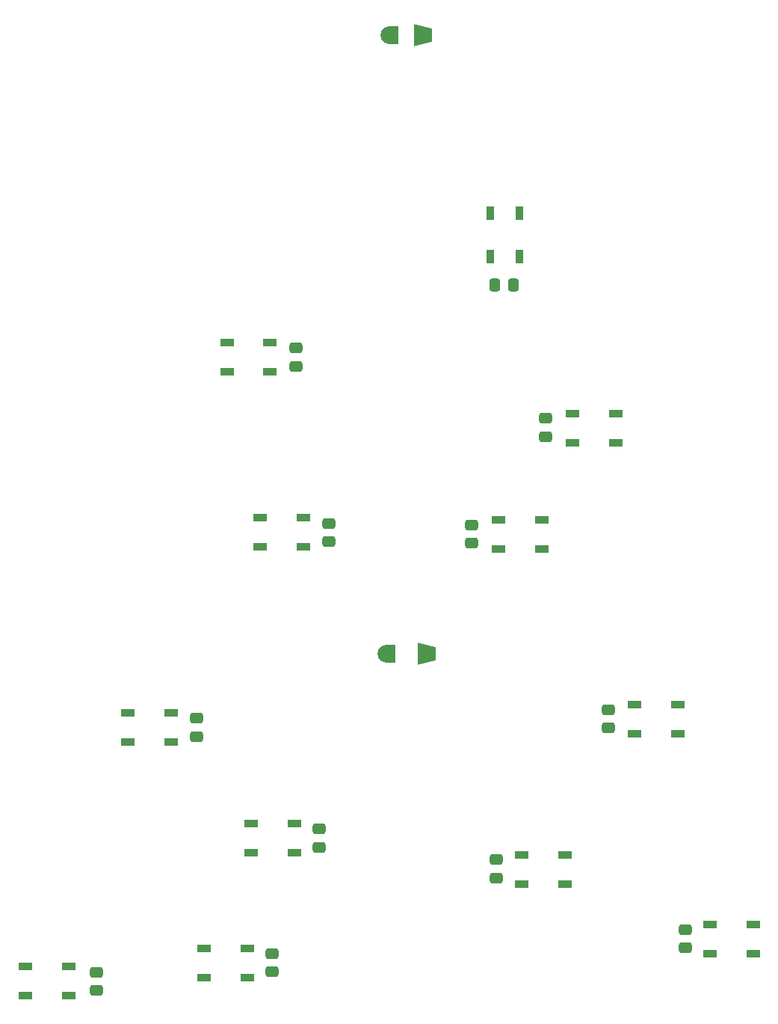
<source format=gbp>
G04 #@! TF.GenerationSoftware,KiCad,Pcbnew,8.0.6*
G04 #@! TF.CreationDate,2024-11-23T10:48:36+01:00*
G04 #@! TF.ProjectId,ChristmasTree,43687269-7374-46d6-9173-547265652e6b,rev?*
G04 #@! TF.SameCoordinates,Original*
G04 #@! TF.FileFunction,Paste,Bot*
G04 #@! TF.FilePolarity,Positive*
%FSLAX46Y46*%
G04 Gerber Fmt 4.6, Leading zero omitted, Abs format (unit mm)*
G04 Created by KiCad (PCBNEW 8.0.6) date 2024-11-23 10:48:36*
%MOMM*%
%LPD*%
G01*
G04 APERTURE LIST*
G04 Aperture macros list*
%AMRoundRect*
0 Rectangle with rounded corners*
0 $1 Rounding radius*
0 $2 $3 $4 $5 $6 $7 $8 $9 X,Y pos of 4 corners*
0 Add a 4 corners polygon primitive as box body*
4,1,4,$2,$3,$4,$5,$6,$7,$8,$9,$2,$3,0*
0 Add four circle primitives for the rounded corners*
1,1,$1+$1,$2,$3*
1,1,$1+$1,$4,$5*
1,1,$1+$1,$6,$7*
1,1,$1+$1,$8,$9*
0 Add four rect primitives between the rounded corners*
20,1,$1+$1,$2,$3,$4,$5,0*
20,1,$1+$1,$4,$5,$6,$7,0*
20,1,$1+$1,$6,$7,$8,$9,0*
20,1,$1+$1,$8,$9,$2,$3,0*%
%AMOutline4P*
0 Free polygon, 4 corners , with rotation*
0 The origin of the aperture is its center*
0 number of corners: always 4*
0 $1 to $8 corner X, Y*
0 $9 Rotation angle, in degrees counterclockwise*
0 create outline with 4 corners*
4,1,4,$1,$2,$3,$4,$5,$6,$7,$8,$1,$2,$9*%
G04 Aperture macros list end*
%ADD10R,1.500000X0.900000*%
%ADD11C,2.000000*%
%ADD12R,1.000000X2.000000*%
%ADD13RoundRect,0.250000X0.475000X-0.337500X0.475000X0.337500X-0.475000X0.337500X-0.475000X-0.337500X0*%
%ADD14RoundRect,0.250000X-0.475000X0.337500X-0.475000X-0.337500X0.475000X-0.337500X0.475000X0.337500X0*%
%ADD15Outline4P,-1.000000X-1.250000X1.000000X-0.750000X1.000000X0.750000X-1.000000X1.250000X0.000000*%
%ADD16RoundRect,0.250000X0.337500X0.475000X-0.337500X0.475000X-0.337500X-0.475000X0.337500X-0.475000X0*%
%ADD17R,0.900000X1.500000*%
G04 APERTURE END LIST*
D10*
X84520000Y-67790000D03*
X84520000Y-71090000D03*
X79620000Y-71090000D03*
X79620000Y-67790000D03*
D11*
X97692000Y-103000000D03*
D12*
X98200000Y-103000000D03*
D13*
X107340000Y-90487500D03*
X107340000Y-88412500D03*
D10*
X87260000Y-122192500D03*
X87260000Y-125492500D03*
X82360000Y-125492500D03*
X82360000Y-122192500D03*
D14*
X90060000Y-122812500D03*
X90060000Y-124887500D03*
D10*
X134350000Y-136950000D03*
X134350000Y-133650000D03*
X139250000Y-133650000D03*
X139250000Y-136950000D03*
X73300000Y-109672500D03*
X73300000Y-112972500D03*
X68400000Y-112972500D03*
X68400000Y-109672500D03*
D13*
X122880000Y-111377500D03*
X122880000Y-109302500D03*
D10*
X88310000Y-87600000D03*
X88310000Y-90900000D03*
X83410000Y-90900000D03*
X83410000Y-87600000D03*
X61670000Y-138392500D03*
X61670000Y-141692500D03*
X56770000Y-141692500D03*
X56770000Y-138392500D03*
X110430000Y-91120000D03*
X110430000Y-87820000D03*
X115330000Y-87820000D03*
X115330000Y-91120000D03*
X118770000Y-79090000D03*
X118770000Y-75790000D03*
X123670000Y-75790000D03*
X123670000Y-79090000D03*
D15*
X101855400Y-33000000D03*
D16*
X112077500Y-61230000D03*
X110002500Y-61230000D03*
D10*
X81930000Y-136352500D03*
X81930000Y-139652500D03*
X77030000Y-139652500D03*
X77030000Y-136352500D03*
D17*
X112750000Y-58010000D03*
X109450000Y-58010000D03*
X109450000Y-53110000D03*
X112750000Y-53110000D03*
D10*
X112990000Y-129050000D03*
X112990000Y-125750000D03*
X117890000Y-125750000D03*
X117890000Y-129050000D03*
D14*
X91160000Y-88222500D03*
X91160000Y-90297500D03*
D11*
X98062000Y-33000000D03*
D12*
X98570000Y-33000000D03*
D13*
X115700000Y-78417500D03*
X115700000Y-76342500D03*
D10*
X125780000Y-112040000D03*
X125780000Y-108740000D03*
X130680000Y-108740000D03*
X130680000Y-112040000D03*
D14*
X64820000Y-139052500D03*
X64820000Y-141127500D03*
X87480000Y-68372500D03*
X87480000Y-70447500D03*
D15*
X102225400Y-103000000D03*
D14*
X84720000Y-136902500D03*
X84720000Y-138977500D03*
D13*
X131590000Y-136307500D03*
X131590000Y-134232500D03*
D14*
X76190000Y-110302500D03*
X76190000Y-112377500D03*
D13*
X110110000Y-128357500D03*
X110110000Y-126282500D03*
M02*

</source>
